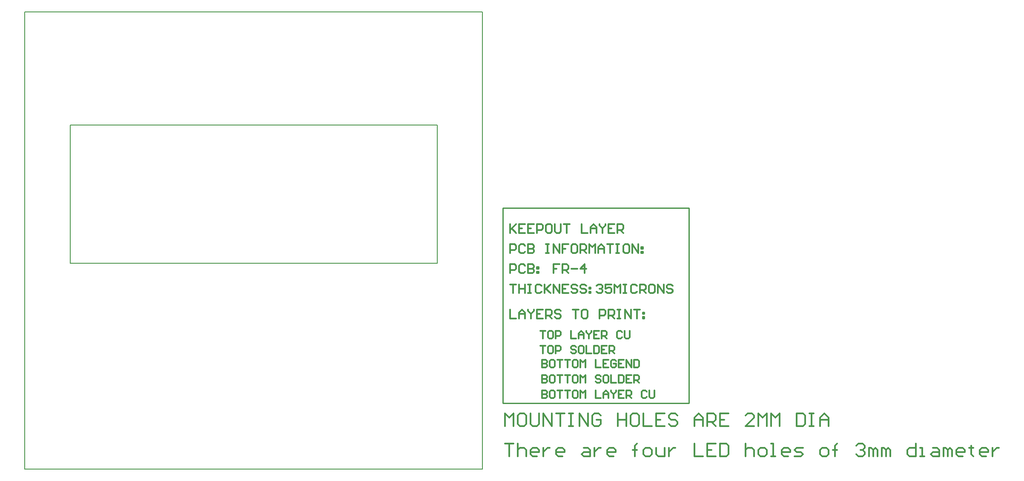
<source format=gko>
%FSLAX25Y25*%
%MOIN*%
G70*
G01*
G75*
G04 Layer_Color=16711935*
%ADD10C,0.06693*%
%ADD11C,0.00787*%
%ADD12C,0.00800*%
%ADD13C,0.03600*%
%ADD14C,0.06000*%
%ADD15C,0.01400*%
%ADD16C,0.01575*%
%ADD17C,0.12598*%
%ADD18C,0.19685*%
%ADD19C,0.11811*%
%ADD20R,0.07500X0.09000*%
%ADD21O,0.07500X0.09000*%
%ADD22O,0.09000X0.07500*%
%ADD23C,0.07500*%
%ADD24C,0.08000*%
%ADD25C,0.02500*%
%ADD26C,0.02800*%
%ADD27C,0.11811*%
%ADD28C,0.01600*%
%ADD29C,0.07480*%
%ADD30C,0.13398*%
%ADD31C,0.20485*%
%ADD32C,0.12611*%
%ADD33R,0.08300X0.09800*%
%ADD34O,0.08300X0.09800*%
%ADD35O,0.09800X0.08300*%
%ADD36C,0.08300*%
%ADD37C,0.08800*%
%ADD38C,0.01000*%
%ADD39C,0.01200*%
D11*
X407480Y523622D02*
X694882D01*
Y631890D01*
X407480D02*
X694882D01*
X407480Y523622D02*
Y631890D01*
X372047Y362205D02*
X730315D01*
Y720472D01*
X372047D02*
X730315D01*
X372047Y362205D02*
Y720472D01*
D15*
X748032Y382044D02*
X754696D01*
X751364D01*
Y372047D01*
X758028Y382044D02*
Y372047D01*
Y377046D01*
X759694Y378712D01*
X763027D01*
X764693Y377046D01*
Y372047D01*
X773023D02*
X769691D01*
X768025Y373713D01*
Y377046D01*
X769691Y378712D01*
X773023D01*
X774689Y377046D01*
Y375379D01*
X768025D01*
X778022Y378712D02*
Y372047D01*
Y375379D01*
X779688Y377046D01*
X781354Y378712D01*
X783020D01*
X793017Y372047D02*
X789685D01*
X788019Y373713D01*
Y377046D01*
X789685Y378712D01*
X793017D01*
X794683Y377046D01*
Y375379D01*
X788019D01*
X809678Y378712D02*
X813011D01*
X814677Y377046D01*
Y372047D01*
X809678D01*
X808012Y373713D01*
X809678Y375379D01*
X814677D01*
X818009Y378712D02*
Y372047D01*
Y375379D01*
X819675Y377046D01*
X821341Y378712D01*
X823007D01*
X833004Y372047D02*
X829672D01*
X828006Y373713D01*
Y377046D01*
X829672Y378712D01*
X833004D01*
X834670Y377046D01*
Y375379D01*
X828006D01*
X849665Y372047D02*
Y380378D01*
Y377046D01*
X847999D01*
X851332D01*
X849665D01*
Y380378D01*
X851332Y382044D01*
X857996Y372047D02*
X861328D01*
X862994Y373713D01*
Y377046D01*
X861328Y378712D01*
X857996D01*
X856330Y377046D01*
Y373713D01*
X857996Y372047D01*
X866327Y378712D02*
Y373713D01*
X867993Y372047D01*
X872991D01*
Y378712D01*
X876323D02*
Y372047D01*
Y375379D01*
X877989Y377046D01*
X879656Y378712D01*
X881322D01*
X896317Y382044D02*
Y372047D01*
X902981D01*
X912978Y382044D02*
X906314D01*
Y372047D01*
X912978D01*
X906314Y377046D02*
X909646D01*
X916311Y382044D02*
Y372047D01*
X921309D01*
X922975Y373713D01*
Y380378D01*
X921309Y382044D01*
X916311D01*
X936304D02*
Y372047D01*
Y377046D01*
X937970Y378712D01*
X941302D01*
X942968Y377046D01*
Y372047D01*
X947967D02*
X951299D01*
X952965Y373713D01*
Y377046D01*
X951299Y378712D01*
X947967D01*
X946301Y377046D01*
Y373713D01*
X947967Y372047D01*
X956297D02*
X959630D01*
X957964D01*
Y382044D01*
X956297D01*
X969627Y372047D02*
X966294D01*
X964628Y373713D01*
Y377046D01*
X966294Y378712D01*
X969627D01*
X971293Y377046D01*
Y375379D01*
X964628D01*
X974625Y372047D02*
X979623D01*
X981289Y373713D01*
X979623Y375379D01*
X976291D01*
X974625Y377046D01*
X976291Y378712D01*
X981289D01*
X996285Y372047D02*
X999617D01*
X1001283Y373713D01*
Y377046D01*
X999617Y378712D01*
X996285D01*
X994619Y377046D01*
Y373713D01*
X996285Y372047D01*
X1006281D02*
Y380378D01*
Y377046D01*
X1004615D01*
X1007948D01*
X1006281D01*
Y380378D01*
X1007948Y382044D01*
X1022943Y380378D02*
X1024609Y382044D01*
X1027941D01*
X1029607Y380378D01*
Y378712D01*
X1027941Y377046D01*
X1026275D01*
X1027941D01*
X1029607Y375379D01*
Y373713D01*
X1027941Y372047D01*
X1024609D01*
X1022943Y373713D01*
X1032939Y372047D02*
Y378712D01*
X1034606D01*
X1036272Y377046D01*
Y372047D01*
Y377046D01*
X1037938Y378712D01*
X1039604Y377046D01*
Y372047D01*
X1042936D02*
Y378712D01*
X1044602D01*
X1046268Y377046D01*
Y372047D01*
Y377046D01*
X1047935Y378712D01*
X1049601Y377046D01*
Y372047D01*
X1069594Y382044D02*
Y372047D01*
X1064596D01*
X1062930Y373713D01*
Y377046D01*
X1064596Y378712D01*
X1069594D01*
X1072927Y372047D02*
X1076259D01*
X1074593D01*
Y378712D01*
X1072927D01*
X1082923D02*
X1086255D01*
X1087922Y377046D01*
Y372047D01*
X1082923D01*
X1081257Y373713D01*
X1082923Y375379D01*
X1087922D01*
X1091254Y372047D02*
Y378712D01*
X1092920D01*
X1094586Y377046D01*
Y372047D01*
Y377046D01*
X1096252Y378712D01*
X1097918Y377046D01*
Y372047D01*
X1106249D02*
X1102917D01*
X1101251Y373713D01*
Y377046D01*
X1102917Y378712D01*
X1106249D01*
X1107915Y377046D01*
Y375379D01*
X1101251D01*
X1112914Y380378D02*
Y378712D01*
X1111248D01*
X1114580D01*
X1112914D01*
Y373713D01*
X1114580Y372047D01*
X1124576D02*
X1121244D01*
X1119578Y373713D01*
Y377046D01*
X1121244Y378712D01*
X1124576D01*
X1126243Y377046D01*
Y375379D01*
X1119578D01*
X1129575Y378712D02*
Y372047D01*
Y375379D01*
X1131241Y377046D01*
X1132907Y378712D01*
X1134573D01*
X748032Y395669D02*
Y405666D01*
X751364Y402334D01*
X754696Y405666D01*
Y395669D01*
X763027Y405666D02*
X759694D01*
X758028Y404000D01*
Y397335D01*
X759694Y395669D01*
X763027D01*
X764693Y397335D01*
Y404000D01*
X763027Y405666D01*
X768025D02*
Y397335D01*
X769691Y395669D01*
X773023D01*
X774689Y397335D01*
Y405666D01*
X778022Y395669D02*
Y405666D01*
X784686Y395669D01*
Y405666D01*
X788019D02*
X794683D01*
X791351D01*
Y395669D01*
X798015Y405666D02*
X801348D01*
X799682D01*
Y395669D01*
X798015D01*
X801348D01*
X806346D02*
Y405666D01*
X813011Y395669D01*
Y405666D01*
X823007Y404000D02*
X821341Y405666D01*
X818009D01*
X816343Y404000D01*
Y397335D01*
X818009Y395669D01*
X821341D01*
X823007Y397335D01*
Y400668D01*
X819675D01*
X836336Y405666D02*
Y395669D01*
Y400668D01*
X843001D01*
Y405666D01*
Y395669D01*
X851332Y405666D02*
X847999D01*
X846333Y404000D01*
Y397335D01*
X847999Y395669D01*
X851332D01*
X852998Y397335D01*
Y404000D01*
X851332Y405666D01*
X856330D02*
Y395669D01*
X862994D01*
X872991Y405666D02*
X866327D01*
Y395669D01*
X872991D01*
X866327Y400668D02*
X869659D01*
X882988Y404000D02*
X881322Y405666D01*
X877989D01*
X876323Y404000D01*
Y402334D01*
X877989Y400668D01*
X881322D01*
X882988Y399002D01*
Y397335D01*
X881322Y395669D01*
X877989D01*
X876323Y397335D01*
X896317Y395669D02*
Y402334D01*
X899649Y405666D01*
X902981Y402334D01*
Y395669D01*
Y400668D01*
X896317D01*
X906314Y395669D02*
Y405666D01*
X911312D01*
X912978Y404000D01*
Y400668D01*
X911312Y399002D01*
X906314D01*
X909646D02*
X912978Y395669D01*
X922975Y405666D02*
X916311D01*
Y395669D01*
X922975D01*
X916311Y400668D02*
X919643D01*
X942968Y395669D02*
X936304D01*
X942968Y402334D01*
Y404000D01*
X941302Y405666D01*
X937970D01*
X936304Y404000D01*
X946301Y395669D02*
Y405666D01*
X949633Y402334D01*
X952965Y405666D01*
Y395669D01*
X956297D02*
Y405666D01*
X959630Y402334D01*
X962962Y405666D01*
Y395669D01*
X976291Y405666D02*
Y395669D01*
X981289D01*
X982956Y397335D01*
Y404000D01*
X981289Y405666D01*
X976291D01*
X986288D02*
X989620D01*
X987954D01*
Y395669D01*
X986288D01*
X989620D01*
X994619D02*
Y402334D01*
X997951Y405666D01*
X1001283Y402334D01*
Y395669D01*
Y400668D01*
X994619D01*
D38*
X746357Y566848D02*
X892027D01*
Y413948D02*
Y566848D01*
X746357Y413948D02*
X892027D01*
X746357D02*
Y566848D01*
D39*
X776841Y435841D02*
Y429843D01*
X779840D01*
X780840Y430842D01*
Y431842D01*
X779840Y432842D01*
X776841D01*
X779840D01*
X780840Y433841D01*
Y434841D01*
X779840Y435841D01*
X776841D01*
X785838D02*
X783839D01*
X782839Y434841D01*
Y430842D01*
X783839Y429843D01*
X785838D01*
X786838Y430842D01*
Y434841D01*
X785838Y435841D01*
X788837D02*
X792836D01*
X790836D01*
Y429843D01*
X794835Y435841D02*
X798834D01*
X796835D01*
Y429843D01*
X803832Y435841D02*
X801833D01*
X800833Y434841D01*
Y430842D01*
X801833Y429843D01*
X803832D01*
X804832Y430842D01*
Y434841D01*
X803832Y435841D01*
X806831Y429843D02*
Y435841D01*
X808831Y433841D01*
X810830Y435841D01*
Y429843D01*
X822826Y434841D02*
X821826Y435841D01*
X819827D01*
X818827Y434841D01*
Y433841D01*
X819827Y432842D01*
X821826D01*
X822826Y431842D01*
Y430842D01*
X821826Y429843D01*
X819827D01*
X818827Y430842D01*
X827824Y435841D02*
X825825D01*
X824825Y434841D01*
Y430842D01*
X825825Y429843D01*
X827824D01*
X828824Y430842D01*
Y434841D01*
X827824Y435841D01*
X830824D02*
Y429843D01*
X834822D01*
X836822Y435841D02*
Y429843D01*
X839821D01*
X840820Y430842D01*
Y434841D01*
X839821Y435841D01*
X836822D01*
X846818D02*
X842820D01*
Y429843D01*
X846818D01*
X842820Y432842D02*
X844819D01*
X848818Y429843D02*
Y435841D01*
X851817D01*
X852816Y434841D01*
Y432842D01*
X851817Y431842D01*
X848818D01*
X850817D02*
X852816Y429843D01*
X775591Y458754D02*
X779589D01*
X777590D01*
Y452756D01*
X784588Y458754D02*
X782588D01*
X781589Y457754D01*
Y453756D01*
X782588Y452756D01*
X784588D01*
X785587Y453756D01*
Y457754D01*
X784588Y458754D01*
X787587Y452756D02*
Y458754D01*
X790586D01*
X791585Y457754D01*
Y455755D01*
X790586Y454755D01*
X787587D01*
X803582Y457754D02*
X802582Y458754D01*
X800583D01*
X799583Y457754D01*
Y456755D01*
X800583Y455755D01*
X802582D01*
X803582Y454755D01*
Y453756D01*
X802582Y452756D01*
X800583D01*
X799583Y453756D01*
X808580Y458754D02*
X806581D01*
X805581Y457754D01*
Y453756D01*
X806581Y452756D01*
X808580D01*
X809580Y453756D01*
Y457754D01*
X808580Y458754D01*
X811579D02*
Y452756D01*
X815578D01*
X817577Y458754D02*
Y452756D01*
X820576D01*
X821576Y453756D01*
Y457754D01*
X820576Y458754D01*
X817577D01*
X827574D02*
X823575D01*
Y452756D01*
X827574D01*
X823575Y455755D02*
X825574D01*
X829573Y452756D02*
Y458754D01*
X832572D01*
X833572Y457754D01*
Y455755D01*
X832572Y454755D01*
X829573D01*
X831572D02*
X833572Y452756D01*
X775591Y470565D02*
X779589D01*
X777590D01*
Y464567D01*
X784588Y470565D02*
X782588D01*
X781589Y469565D01*
Y465567D01*
X782588Y464567D01*
X784588D01*
X785587Y465567D01*
Y469565D01*
X784588Y470565D01*
X787587Y464567D02*
Y470565D01*
X790586D01*
X791585Y469565D01*
Y467566D01*
X790586Y466566D01*
X787587D01*
X799583Y470565D02*
Y464567D01*
X803582D01*
X805581D02*
Y468566D01*
X807580Y470565D01*
X809580Y468566D01*
Y464567D01*
Y467566D01*
X805581D01*
X811579Y470565D02*
Y469565D01*
X813578Y467566D01*
X815578Y469565D01*
Y470565D01*
X813578Y467566D02*
Y464567D01*
X821576Y470565D02*
X817577D01*
Y464567D01*
X821576D01*
X817577Y467566D02*
X819576D01*
X823575Y464567D02*
Y470565D01*
X826574D01*
X827574Y469565D01*
Y467566D01*
X826574Y466566D01*
X823575D01*
X825574D02*
X827574Y464567D01*
X839570Y469565D02*
X838570Y470565D01*
X836571D01*
X835571Y469565D01*
Y465567D01*
X836571Y464567D01*
X838570D01*
X839570Y465567D01*
X841569Y470565D02*
Y465567D01*
X842569Y464567D01*
X844568D01*
X845568Y465567D01*
Y470565D01*
X776841Y447735D02*
Y441737D01*
X779840D01*
X780840Y442737D01*
Y443737D01*
X779840Y444736D01*
X776841D01*
X779840D01*
X780840Y445736D01*
Y446736D01*
X779840Y447735D01*
X776841D01*
X785838D02*
X783839D01*
X782839Y446736D01*
Y442737D01*
X783839Y441737D01*
X785838D01*
X786838Y442737D01*
Y446736D01*
X785838Y447735D01*
X788837D02*
X792836D01*
X790836D01*
Y441737D01*
X794835Y447735D02*
X798834D01*
X796835D01*
Y441737D01*
X803832Y447735D02*
X801833D01*
X800833Y446736D01*
Y442737D01*
X801833Y441737D01*
X803832D01*
X804832Y442737D01*
Y446736D01*
X803832Y447735D01*
X806831Y441737D02*
Y447735D01*
X808831Y445736D01*
X810830Y447735D01*
Y441737D01*
X818827Y447735D02*
Y441737D01*
X822826D01*
X828824Y447735D02*
X824825D01*
Y441737D01*
X828824D01*
X824825Y444736D02*
X826825D01*
X834822Y446736D02*
X833823Y447735D01*
X831823D01*
X830824Y446736D01*
Y442737D01*
X831823Y441737D01*
X833823D01*
X834822Y442737D01*
Y444736D01*
X832823D01*
X840820Y447735D02*
X836822D01*
Y441737D01*
X840820D01*
X836822Y444736D02*
X838821D01*
X842820Y441737D02*
Y447735D01*
X846818Y441737D01*
Y447735D01*
X848818D02*
Y441737D01*
X851817D01*
X852816Y442737D01*
Y446736D01*
X851817Y447735D01*
X848818D01*
X776841Y423946D02*
Y417948D01*
X779840D01*
X780840Y418948D01*
Y419947D01*
X779840Y420947D01*
X776841D01*
X779840D01*
X780840Y421947D01*
Y422946D01*
X779840Y423946D01*
X776841D01*
X785838D02*
X783839D01*
X782839Y422946D01*
Y418948D01*
X783839Y417948D01*
X785838D01*
X786838Y418948D01*
Y422946D01*
X785838Y423946D01*
X788837D02*
X792836D01*
X790836D01*
Y417948D01*
X794835Y423946D02*
X798834D01*
X796835D01*
Y417948D01*
X803832Y423946D02*
X801833D01*
X800833Y422946D01*
Y418948D01*
X801833Y417948D01*
X803832D01*
X804832Y418948D01*
Y422946D01*
X803832Y423946D01*
X806831Y417948D02*
Y423946D01*
X808831Y421947D01*
X810830Y423946D01*
Y417948D01*
X818827Y423946D02*
Y417948D01*
X822826D01*
X824825D02*
Y421947D01*
X826825Y423946D01*
X828824Y421947D01*
Y417948D01*
Y420947D01*
X824825D01*
X830824Y423946D02*
Y422946D01*
X832823Y420947D01*
X834822Y422946D01*
Y423946D01*
X832823Y420947D02*
Y417948D01*
X840820Y423946D02*
X836822D01*
Y417948D01*
X840820D01*
X836822Y420947D02*
X838821D01*
X842820Y417948D02*
Y423946D01*
X845819D01*
X846818Y422946D01*
Y420947D01*
X845819Y419947D01*
X842820D01*
X844819D02*
X846818Y417948D01*
X858814Y422946D02*
X857815Y423946D01*
X855815D01*
X854816Y422946D01*
Y418948D01*
X855815Y417948D01*
X857815D01*
X858814Y418948D01*
X860814Y423946D02*
Y418948D01*
X861814Y417948D01*
X863813D01*
X864812Y418948D01*
Y423946D01*
X751968Y487313D02*
Y480315D01*
X756634D01*
X758966D02*
Y484980D01*
X761299Y487313D01*
X763631Y484980D01*
Y480315D01*
Y483814D01*
X758966D01*
X765964Y487313D02*
Y486146D01*
X768297Y483814D01*
X770629Y486146D01*
Y487313D01*
X768297Y483814D02*
Y480315D01*
X777627Y487313D02*
X772962D01*
Y480315D01*
X777627D01*
X772962Y483814D02*
X775294D01*
X779959Y480315D02*
Y487313D01*
X783458D01*
X784625Y486146D01*
Y483814D01*
X783458Y482648D01*
X779959D01*
X782292D02*
X784625Y480315D01*
X791622Y486146D02*
X790456Y487313D01*
X788124D01*
X786957Y486146D01*
Y484980D01*
X788124Y483814D01*
X790456D01*
X791622Y482648D01*
Y481481D01*
X790456Y480315D01*
X788124D01*
X786957Y481481D01*
X800953Y487313D02*
X805618D01*
X803285D01*
Y480315D01*
X811449Y487313D02*
X809117D01*
X807950Y486146D01*
Y481481D01*
X809117Y480315D01*
X811449D01*
X812616Y481481D01*
Y486146D01*
X811449Y487313D01*
X821946Y480315D02*
Y487313D01*
X825445D01*
X826611Y486146D01*
Y483814D01*
X825445Y482648D01*
X821946D01*
X828944Y480315D02*
Y487313D01*
X832442D01*
X833609Y486146D01*
Y483814D01*
X832442Y482648D01*
X828944D01*
X831276D02*
X833609Y480315D01*
X835941Y487313D02*
X838274D01*
X837108D01*
Y480315D01*
X835941D01*
X838274D01*
X841773D02*
Y487313D01*
X846438Y480315D01*
Y487313D01*
X848771D02*
X853436D01*
X851103D01*
Y480315D01*
X855768Y484980D02*
X856935D01*
Y483814D01*
X855768D01*
Y484980D01*
Y481481D02*
X856935D01*
Y480315D01*
X855768D01*
Y481481D01*
X751968Y515748D02*
Y522746D01*
X755467D01*
X756634Y521580D01*
Y519247D01*
X755467Y518081D01*
X751968D01*
X763631Y521580D02*
X762465Y522746D01*
X760133D01*
X758966Y521580D01*
Y516914D01*
X760133Y515748D01*
X762465D01*
X763631Y516914D01*
X765964Y522746D02*
Y515748D01*
X769463D01*
X770629Y516914D01*
Y518081D01*
X769463Y519247D01*
X765964D01*
X769463D01*
X770629Y520413D01*
Y521580D01*
X769463Y522746D01*
X765964D01*
X772962Y520413D02*
X774128D01*
Y519247D01*
X772962D01*
Y520413D01*
Y516914D02*
X774128D01*
Y515748D01*
X772962D01*
Y516914D01*
X790456Y522746D02*
X785791D01*
Y519247D01*
X788124D01*
X785791D01*
Y515748D01*
X792789D02*
Y522746D01*
X796287D01*
X797454Y521580D01*
Y519247D01*
X796287Y518081D01*
X792789D01*
X795121D02*
X797454Y515748D01*
X799786Y519247D02*
X804452D01*
X810283Y515748D02*
Y522746D01*
X806784Y519247D01*
X811449D01*
X751968Y506998D02*
X756634D01*
X754301D01*
Y500000D01*
X758966Y506998D02*
Y500000D01*
Y503499D01*
X763631D01*
Y506998D01*
Y500000D01*
X765964Y506998D02*
X768297D01*
X767130D01*
Y500000D01*
X765964D01*
X768297D01*
X776461Y505831D02*
X775294Y506998D01*
X772962D01*
X771795Y505831D01*
Y501166D01*
X772962Y500000D01*
X775294D01*
X776461Y501166D01*
X778793Y506998D02*
Y500000D01*
Y502333D01*
X783458Y506998D01*
X779959Y503499D01*
X783458Y500000D01*
X785791D02*
Y506998D01*
X790456Y500000D01*
Y506998D01*
X797454D02*
X792789D01*
Y500000D01*
X797454D01*
X792789Y503499D02*
X795121D01*
X804452Y505831D02*
X803285Y506998D01*
X800953D01*
X799786Y505831D01*
Y504665D01*
X800953Y503499D01*
X803285D01*
X804452Y502333D01*
Y501166D01*
X803285Y500000D01*
X800953D01*
X799786Y501166D01*
X811449Y505831D02*
X810283Y506998D01*
X807950D01*
X806784Y505831D01*
Y504665D01*
X807950Y503499D01*
X810283D01*
X811449Y502333D01*
Y501166D01*
X810283Y500000D01*
X807950D01*
X806784Y501166D01*
X813782Y504665D02*
X814948D01*
Y503499D01*
X813782D01*
Y504665D01*
Y501166D02*
X814948D01*
Y500000D01*
X813782D01*
Y501166D01*
X819613Y505831D02*
X820780Y506998D01*
X823112D01*
X824279Y505831D01*
Y504665D01*
X823112Y503499D01*
X821946D01*
X823112D01*
X824279Y502333D01*
Y501166D01*
X823112Y500000D01*
X820780D01*
X819613Y501166D01*
X831276Y506998D02*
X826611D01*
Y503499D01*
X828944Y504665D01*
X830110D01*
X831276Y503499D01*
Y501166D01*
X830110Y500000D01*
X827777D01*
X826611Y501166D01*
X833609Y500000D02*
Y506998D01*
X835941Y504665D01*
X838274Y506998D01*
Y500000D01*
X840606Y506998D02*
X842939D01*
X841773D01*
Y500000D01*
X840606D01*
X842939D01*
X851103Y505831D02*
X849937Y506998D01*
X847604D01*
X846438Y505831D01*
Y501166D01*
X847604Y500000D01*
X849937D01*
X851103Y501166D01*
X853436Y500000D02*
Y506998D01*
X856935D01*
X858101Y505831D01*
Y503499D01*
X856935Y502333D01*
X853436D01*
X855768D02*
X858101Y500000D01*
X863932Y506998D02*
X861600D01*
X860433Y505831D01*
Y501166D01*
X861600Y500000D01*
X863932D01*
X865099Y501166D01*
Y505831D01*
X863932Y506998D01*
X867431Y500000D02*
Y506998D01*
X872096Y500000D01*
Y506998D01*
X879094Y505831D02*
X877928Y506998D01*
X875595D01*
X874429Y505831D01*
Y504665D01*
X875595Y503499D01*
X877928D01*
X879094Y502333D01*
Y501166D01*
X877928Y500000D01*
X875595D01*
X874429Y501166D01*
X751968Y531496D02*
Y538494D01*
X755467D01*
X756634Y537327D01*
Y534995D01*
X755467Y533829D01*
X751968D01*
X763631Y537327D02*
X762465Y538494D01*
X760133D01*
X758966Y537327D01*
Y532662D01*
X760133Y531496D01*
X762465D01*
X763631Y532662D01*
X765964Y538494D02*
Y531496D01*
X769463D01*
X770629Y532662D01*
Y533829D01*
X769463Y534995D01*
X765964D01*
X769463D01*
X770629Y536161D01*
Y537327D01*
X769463Y538494D01*
X765964D01*
X779959D02*
X782292D01*
X781126D01*
Y531496D01*
X779959D01*
X782292D01*
X785791D02*
Y538494D01*
X790456Y531496D01*
Y538494D01*
X797454D02*
X792789D01*
Y534995D01*
X795121D01*
X792789D01*
Y531496D01*
X803285Y538494D02*
X800953D01*
X799786Y537327D01*
Y532662D01*
X800953Y531496D01*
X803285D01*
X804452Y532662D01*
Y537327D01*
X803285Y538494D01*
X806784Y531496D02*
Y538494D01*
X810283D01*
X811449Y537327D01*
Y534995D01*
X810283Y533829D01*
X806784D01*
X809117D02*
X811449Y531496D01*
X813782D02*
Y538494D01*
X816115Y536161D01*
X818447Y538494D01*
Y531496D01*
X820780D02*
Y536161D01*
X823112Y538494D01*
X825445Y536161D01*
Y531496D01*
Y534995D01*
X820780D01*
X827777Y538494D02*
X832442D01*
X830110D01*
Y531496D01*
X834775Y538494D02*
X837108D01*
X835941D01*
Y531496D01*
X834775D01*
X837108D01*
X844105Y538494D02*
X841773D01*
X840606Y537327D01*
Y532662D01*
X841773Y531496D01*
X844105D01*
X845272Y532662D01*
Y537327D01*
X844105Y538494D01*
X847604Y531496D02*
Y538494D01*
X852269Y531496D01*
Y538494D01*
X854602Y536161D02*
X855768D01*
Y534995D01*
X854602D01*
Y536161D01*
Y532662D02*
X855768D01*
Y531496D01*
X854602D01*
Y532662D01*
X751968Y554242D02*
Y547244D01*
Y549577D01*
X756634Y554242D01*
X753135Y550743D01*
X756634Y547244D01*
X763631Y554242D02*
X758966D01*
Y547244D01*
X763631D01*
X758966Y550743D02*
X761299D01*
X770629Y554242D02*
X765964D01*
Y547244D01*
X770629D01*
X765964Y550743D02*
X768297D01*
X772962Y547244D02*
Y554242D01*
X776461D01*
X777627Y553076D01*
Y550743D01*
X776461Y549577D01*
X772962D01*
X783458Y554242D02*
X781126D01*
X779959Y553076D01*
Y548410D01*
X781126Y547244D01*
X783458D01*
X784625Y548410D01*
Y553076D01*
X783458Y554242D01*
X786957D02*
Y548410D01*
X788124Y547244D01*
X790456D01*
X791622Y548410D01*
Y554242D01*
X793955D02*
X798620D01*
X796287D01*
Y547244D01*
X807950Y554242D02*
Y547244D01*
X812616D01*
X814948D02*
Y551909D01*
X817281Y554242D01*
X819613Y551909D01*
Y547244D01*
Y550743D01*
X814948D01*
X821946Y554242D02*
Y553076D01*
X824279Y550743D01*
X826611Y553076D01*
Y554242D01*
X824279Y550743D02*
Y547244D01*
X833609Y554242D02*
X828944D01*
Y547244D01*
X833609D01*
X828944Y550743D02*
X831276D01*
X835941Y547244D02*
Y554242D01*
X839440D01*
X840606Y553076D01*
Y550743D01*
X839440Y549577D01*
X835941D01*
X838274D02*
X840606Y547244D01*
M02*

</source>
